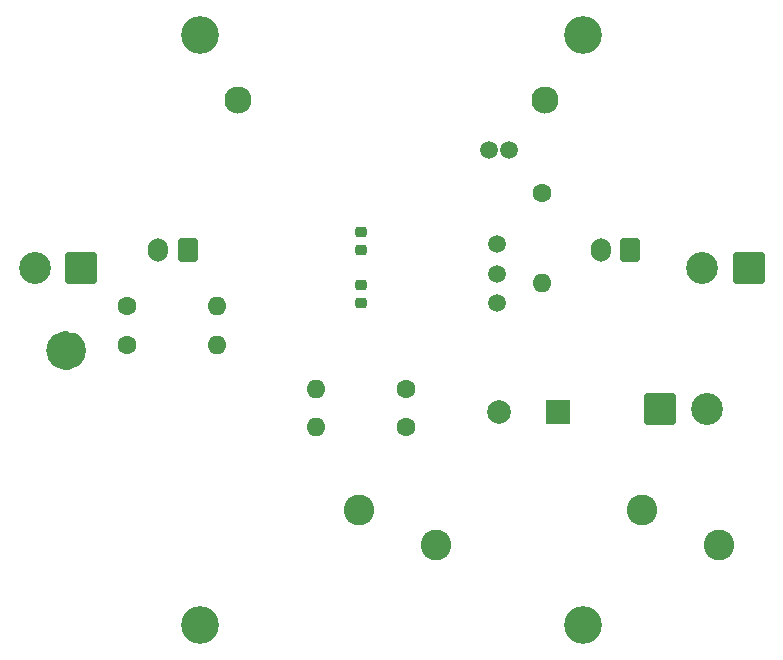
<source format=gbr>
%TF.GenerationSoftware,KiCad,Pcbnew,7.0.6*%
%TF.CreationDate,2024-02-11T15:29:09+09:00*%
%TF.ProjectId,PowerSupply_20240202,506f7765-7253-4757-9070-6c795f323032,rev?*%
%TF.SameCoordinates,Original*%
%TF.FileFunction,Soldermask,Bot*%
%TF.FilePolarity,Negative*%
%FSLAX46Y46*%
G04 Gerber Fmt 4.6, Leading zero omitted, Abs format (unit mm)*
G04 Created by KiCad (PCBNEW 7.0.6) date 2024-02-11 15:29:09*
%MOMM*%
%LPD*%
G01*
G04 APERTURE LIST*
G04 Aperture macros list*
%AMRoundRect*
0 Rectangle with rounded corners*
0 $1 Rounding radius*
0 $2 $3 $4 $5 $6 $7 $8 $9 X,Y pos of 4 corners*
0 Add a 4 corners polygon primitive as box body*
4,1,4,$2,$3,$4,$5,$6,$7,$8,$9,$2,$3,0*
0 Add four circle primitives for the rounded corners*
1,1,$1+$1,$2,$3*
1,1,$1+$1,$4,$5*
1,1,$1+$1,$6,$7*
1,1,$1+$1,$8,$9*
0 Add four rect primitives between the rounded corners*
20,1,$1+$1,$2,$3,$4,$5,0*
20,1,$1+$1,$4,$5,$6,$7,0*
20,1,$1+$1,$6,$7,$8,$9,0*
20,1,$1+$1,$8,$9,$2,$3,0*%
G04 Aperture macros list end*
%ADD10C,1.675000*%
%ADD11C,1.600000*%
%ADD12O,1.600000X1.600000*%
%ADD13RoundRect,0.250001X-1.099999X-1.099999X1.099999X-1.099999X1.099999X1.099999X-1.099999X1.099999X0*%
%ADD14C,2.700000*%
%ADD15C,3.200000*%
%ADD16RoundRect,0.250001X1.099999X1.099999X-1.099999X1.099999X-1.099999X-1.099999X1.099999X-1.099999X0*%
%ADD17C,1.500000*%
%ADD18RoundRect,0.250000X0.600000X0.750000X-0.600000X0.750000X-0.600000X-0.750000X0.600000X-0.750000X0*%
%ADD19O,1.700000X2.000000*%
%ADD20R,2.000000X2.000000*%
%ADD21C,2.000000*%
%ADD22C,2.600000*%
%ADD23C,2.300000*%
%ADD24RoundRect,0.225000X-0.250000X0.225000X-0.250000X-0.225000X0.250000X-0.225000X0.250000X0.225000X0*%
G04 APERTURE END LIST*
D10*
X148587500Y-87724598D02*
G75*
G03*
X148587500Y-87724598I-837500J0D01*
G01*
D11*
%TO.C,R1*%
X176560000Y-90950298D03*
D12*
X168940000Y-90950298D03*
%TD*%
D11*
%TO.C,R3*%
X152940000Y-84000298D03*
D12*
X160560000Y-84000298D03*
%TD*%
D13*
%TO.C,VIN*%
X198022500Y-92674598D03*
D14*
X201982500Y-92674598D03*
%TD*%
D15*
%TO.C,REF\u002A\u002A*%
X159079500Y-111000000D03*
%TD*%
%TO.C,REF\u002A\u002A*%
X191479500Y-111000000D03*
%TD*%
D16*
%TO.C,MD*%
X205537500Y-80724598D03*
D14*
X201577500Y-80724598D03*
%TD*%
D15*
%TO.C,REF\u002A\u002A*%
X191479500Y-61000000D03*
%TD*%
D11*
%TO.C,R2*%
X176560000Y-94200298D03*
D12*
X168940000Y-94200298D03*
%TD*%
D11*
%TO.C,R5*%
X188000000Y-74390298D03*
D12*
X188000000Y-82010298D03*
%TD*%
D17*
%TO.C,SW2*%
X184250000Y-83724598D03*
X184250000Y-81224598D03*
X184250000Y-78724598D03*
%TD*%
D15*
%TO.C,REF\u002A\u002A*%
X159079500Y-61000000D03*
%TD*%
D18*
%TO.C,Voltage*%
X158030000Y-79249598D03*
D19*
X155530000Y-79249598D03*
%TD*%
D11*
%TO.C,R4*%
X152940000Y-87250298D03*
D12*
X160560000Y-87250298D03*
%TD*%
D20*
%TO.C,C-Vin*%
X189368606Y-92974598D03*
D21*
X184368606Y-92974598D03*
%TD*%
D16*
%TO.C,MD*%
X149037500Y-80774598D03*
D14*
X145077500Y-80774598D03*
%TD*%
D22*
%TO.C,F1*%
X203030000Y-104224598D03*
X196530000Y-101224598D03*
X179030000Y-104224598D03*
X172530000Y-101224598D03*
%TD*%
D18*
%TO.C,MAIN*%
X195500000Y-79249598D03*
D19*
X193000000Y-79249598D03*
%TD*%
D23*
%TO.C,MES1*%
X162279500Y-66533813D03*
X188279500Y-66533813D03*
D17*
X185279500Y-70783813D03*
X183529500Y-70783813D03*
%TD*%
D24*
%TO.C,C2*%
X172750000Y-77675298D03*
X172750000Y-79225298D03*
%TD*%
%TO.C,C1*%
X172750000Y-82175298D03*
X172750000Y-83725298D03*
%TD*%
M02*

</source>
